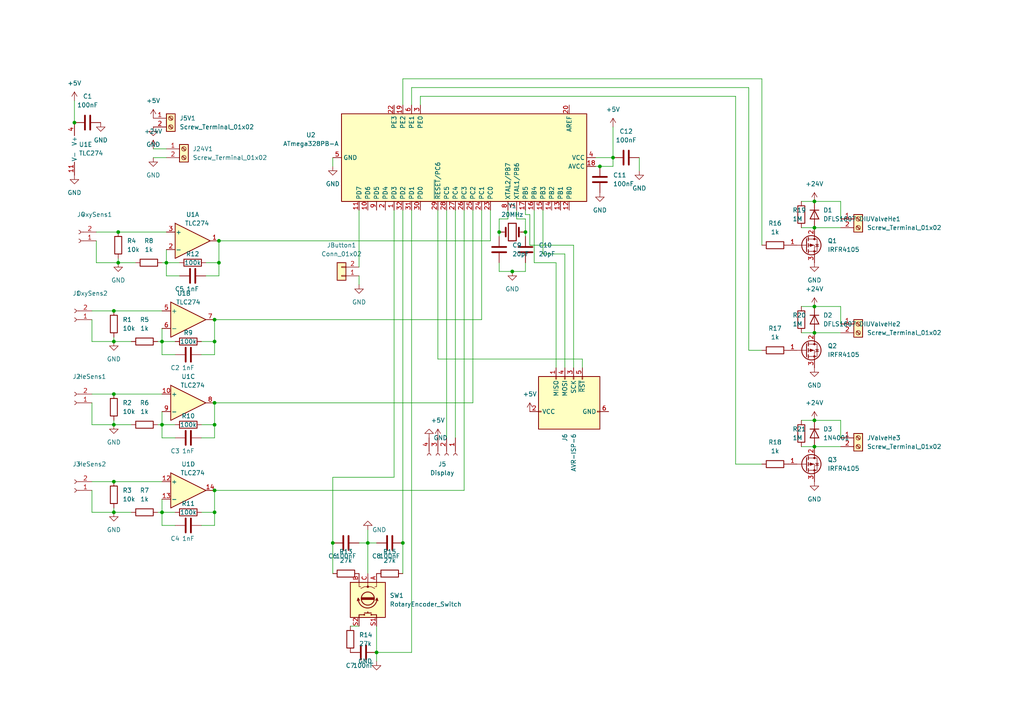
<source format=kicad_sch>
(kicad_sch (version 20211123) (generator eeschema)
  (paper "A4")
  (title_block (title "BlenderBrainV2") (date "2022-11-13") (rev "1"))
  (lib_symbols
    (symbol "Amplifier_Operational:TLC274" (pin_names (offset 0.127))
      (property "Reference" "U" (at 0 5.08 0))
      (property "Value" "TLC274" (at 0 -5.08 0))
      (symbol "TLC274_1_1"
        (polyline (pts (xy -5.08 5.08) (xy 5.08 0) (xy -5.08 -5.08) (xy -5.08 5.08)) (stroke (width 0.254)) (fill (type background)))
        (pin output line (at 7.62 0 180) (length 2.54) (name "~") (number "1"))
        (pin input line (at -7.62 -2.54 0) (length 2.54) (name "-") (number "2"))
        (pin input line (at -7.62 2.54 0) (length 2.54) (name "+") (number "3"))
      )
      (symbol "TLC274_2_1"
        (polyline (pts (xy -5.08 5.08) (xy 5.08 0) (xy -5.08 -5.08) (xy -5.08 5.08)) (stroke (width 0.254)) (fill (type background)))
        (pin input line (at -7.62 2.54 0) (length 2.54) (name "+") (number "5"))
        (pin input line (at -7.62 -2.54 0) (length 2.54) (name "-") (number "6"))
        (pin output line (at 7.62 0 180) (length 2.54) (name "~") (number "7"))
      )
      (symbol "TLC274_3_1"
        (polyline (pts (xy -5.08 5.08) (xy 5.08 0) (xy -5.08 -5.08) (xy -5.08 5.08)) (stroke (width 0.254)) (fill (type background)))
        (pin input line (at -7.62 2.54 0) (length 2.54) (name "+") (number "10"))
        (pin output line (at 7.62 0 180) (length 2.54) (name "~") (number "8"))
        (pin input line (at -7.62 -2.54 0) (length 2.54) (name "-") (number "9"))
      )
      (symbol "TLC274_4_1"
        (polyline (pts (xy -5.08 5.08) (xy 5.08 0) (xy -5.08 -5.08) (xy -5.08 5.08)) (stroke (width 0.254)) (fill (type background)))
        (pin input line (at -7.62 2.54 0) (length 2.54) (name "+") (number "12"))
        (pin input line (at -7.62 -2.54 0) (length 2.54) (name "-") (number "13"))
        (pin output line (at 7.62 0 180) (length 2.54) (name "~") (number "14"))
      )
      (symbol "TLC274_5_1"
        (pin power_in line (at -2.54 -7.62 90) (length 3.81) (name "V-") (number "11"))
        (pin power_in line (at -2.54 7.62 270) (length 3.81) (name "V+") (number "4"))
      )
    )
    (symbol "Connector:AVR-ISP-6" (pin_names (offset 1.016))
      (property "Reference" "J" (at -6.35 11.43 0))
      (property "Value" "AVR-ISP-6" (at 0 11.43 0))
      (symbol "AVR-ISP-6_0_1"
        (rectangle (start -2.667 -6.858) (end -2.413 -7.62))
        (rectangle (start -2.667 10.16) (end -2.413 9.398))
        (rectangle (start 7.62 -2.413) (end 6.858 -2.667))
        (rectangle (start 7.62 0.127) (end 6.858 -0.127))
        (rectangle (start 7.62 2.667) (end 6.858 2.413))
        (rectangle (start 7.62 5.207) (end 6.858 4.953))
        (rectangle (start 7.62 10.16) (end -7.62 -7.62) (stroke (width 0.254)) (fill (type background)))
      )
      (symbol "AVR-ISP-6_1_1"
        (pin passive line (at 10.16 5.08 180) (length 2.54) (name "MISO") (number "1"))
        (pin passive line (at -2.54 12.7 270) (length 2.54) (name "VCC") (number "2"))
        (pin passive line (at 10.16 0 180) (length 2.54) (name "SCK") (number "3"))
        (pin passive line (at 10.16 2.54 180) (length 2.54) (name "MOSI") (number "4"))
        (pin passive line (at 10.16 -2.54 180) (length 2.54) (name "~{RST}") (number "5"))
        (pin passive line (at -2.54 -10.16 90) (length 2.54) (name "GND") (number "6"))
      )
    )
    (symbol "Connector:Conn_01x02_Female" (pin_names (offset 1.016) hide)
      (property "Reference" "J" (at 0 2.54 0))
      (property "Value" "Conn_01x02_Female" (at 0 -5.08 0))
      (symbol "Conn_01x02_Female_1_1"
        (arc (start 0 -2.032) (mid -0.508 -2.54) (end 0 -3.048) (stroke (width 0.1524)))
        (polyline (pts (xy -1.27 -2.54) (xy -0.508 -2.54)) (stroke (width 0.1524)))
        (polyline (pts (xy -1.27 0) (xy -0.508 0)) (stroke (width 0.1524)))
        (arc (start 0 0.508) (mid -0.508 0) (end 0 -0.508) (stroke (width 0.1524)))
        (pin passive line (at -5.08 0 0) (length 3.81) (name "Pin_1") (number "1"))
        (pin passive line (at -5.08 -2.54 0) (length 3.81) (name "Pin_2") (number "2"))
      )
    )
    (symbol "Connector:Conn_01x04_Female" (pin_names (offset 1.016) hide)
      (property "Reference" "J" (at 0 5.08 0))
      (property "Value" "Conn_01x04_Female" (at 0 -7.62 0))
      (symbol "Conn_01x04_Female_1_1"
        (arc (start 0 -4.572) (mid -0.508 -5.08) (end 0 -5.588) (stroke (width 0.1524)))
        (arc (start 0 -2.032) (mid -0.508 -2.54) (end 0 -3.048) (stroke (width 0.1524)))
        (polyline (pts (xy -1.27 -5.08) (xy -0.508 -5.08)) (stroke (width 0.1524)))
        (polyline (pts (xy -1.27 -2.54) (xy -0.508 -2.54)) (stroke (width 0.1524)))
        (polyline (pts (xy -1.27 0) (xy -0.508 0)) (stroke (width 0.1524)))
        (polyline (pts (xy -1.27 2.54) (xy -0.508 2.54)) (stroke (width 0.1524)))
        (arc (start 0 0.508) (mid -0.508 0) (end 0 -0.508) (stroke (width 0.1524)))
        (arc (start 0 3.048) (mid -0.508 2.54) (end 0 2.032) (stroke (width 0.1524)))
        (pin passive line (at -5.08 2.54 0) (length 3.81) (name "Pin_1") (number "1"))
        (pin passive line (at -5.08 0 0) (length 3.81) (name "Pin_2") (number "2"))
        (pin passive line (at -5.08 -2.54 0) (length 3.81) (name "Pin_3") (number "3"))
        (pin passive line (at -5.08 -5.08 0) (length 3.81) (name "Pin_4") (number "4"))
      )
    )
    (symbol "Connector:Screw_Terminal_01x02" (pin_names (offset 1.016) hide)
      (property "Reference" "J" (at 0 2.54 0))
      (property "Value" "Screw_Terminal_01x02" (at 0 -5.08 0))
      (symbol "Screw_Terminal_01x02_1_1"
        (rectangle (start -1.27 1.27) (end 1.27 -3.81) (stroke (width 0.254)) (fill (type background)))
        (circle (center 0 -2.54) (radius 0.635) (stroke (width 0.1524)))
        (polyline (pts (xy -0.5334 -2.2098) (xy 0.3302 -3.048)) (stroke (width 0.1524)))
        (polyline (pts (xy -0.5334 0.3302) (xy 0.3302 -0.508)) (stroke (width 0.1524)))
        (polyline (pts (xy -0.3556 -2.032) (xy 0.508 -2.8702)) (stroke (width 0.1524)))
        (polyline (pts (xy -0.3556 0.508) (xy 0.508 -0.3302)) (stroke (width 0.1524)))
        (circle (center 0 0) (radius 0.635) (stroke (width 0.1524)))
        (pin passive line (at -5.08 0 0) (length 3.81) (name "Pin_1") (number "1"))
        (pin passive line (at -5.08 -2.54 0) (length 3.81) (name "Pin_2") (number "2"))
      )
    )
    (symbol "Connector_Generic:Conn_01x02" (pin_names (offset 1.016) hide)
      (property "Reference" "J" (at 0 2.54 0))
      (property "Value" "Conn_01x02" (at 0 -5.08 0))
      (symbol "Conn_01x02_1_1"
        (rectangle (start -1.27 -2.413) (end 0 -2.667) (stroke (width 0.1524)))
        (rectangle (start -1.27 0.127) (end 0 -0.127) (stroke (width 0.1524)))
        (rectangle (start -1.27 1.27) (end 1.27 -3.81) (stroke (width 0.254)) (fill (type background)))
        (pin passive line (at -5.08 0 0) (length 3.81) (name "Pin_1") (number "1"))
        (pin passive line (at -5.08 -2.54 0) (length 3.81) (name "Pin_2") (number "2"))
      )
    )
    (symbol "Device:C" (pin_numbers hide) (pin_names (offset 0.254))
      (property "Reference" "C" (at 0.635 2.54 0))
      (property "Value" "C" (at 0.635 -2.54 0))
      (symbol "C_0_1"
        (polyline (pts (xy -2.032 -0.762) (xy 2.032 -0.762)) (stroke (width 0.508)))
        (polyline (pts (xy -2.032 0.762) (xy 2.032 0.762)) (stroke (width 0.508)))
      )
      (symbol "C_1_1"
        (pin passive line (at 0 3.81 270) (length 2.794) (name "~") (number "1"))
        (pin passive line (at 0 -3.81 90) (length 2.794) (name "~") (number "2"))
      )
    )
    (symbol "Device:Crystal" (pin_numbers hide) (pin_names (offset 1.016) hide)
      (property "Reference" "Y" (at 0 3.81 0))
      (property "Value" "Crystal" (at 0 -3.81 0))
      (symbol "Crystal_0_1"
        (rectangle (start -1.143 2.54) (end 1.143 -2.54) (stroke (width 0.3048)))
        (polyline (pts (xy -2.54 0) (xy -1.905 0)))
        (polyline (pts (xy -1.905 -1.27) (xy -1.905 1.27)) (stroke (width 0.508)))
        (polyline (pts (xy 1.905 -1.27) (xy 1.905 1.27)) (stroke (width 0.508)))
        (polyline (pts (xy 2.54 0) (xy 1.905 0)))
      )
      (symbol "Crystal_1_1"
        (pin passive line (at -3.81 0 0) (length 1.27) (name "1") (number "1"))
        (pin passive line (at 3.81 0 180) (length 1.27) (name "2") (number "2"))
      )
    )
    (symbol "Device:R" (pin_numbers hide) (pin_names (offset 0))
      (property "Reference" "R" (at 2.032 0 90))
      (property "Value" "R" (at 0 0 90))
      (symbol "R_0_1"
        (rectangle (start -1.016 -2.54) (end 1.016 2.54) (stroke (width 0.254)))
      )
      (symbol "R_1_1"
        (pin passive line (at 0 3.81 270) (length 1.27) (name "~") (number "1"))
        (pin passive line (at 0 -3.81 90) (length 1.27) (name "~") (number "2"))
      )
    )
    (symbol "Device:RotaryEncoder_Switch" (pin_names (offset 0.254) hide)
      (property "Reference" "SW" (at 0 6.604 0))
      (property "Value" "RotaryEncoder_Switch" (at 0 -6.604 0))
      (symbol "RotaryEncoder_Switch_0_1"
        (rectangle (start -5.08 5.08) (end 5.08 -5.08) (stroke (width 0.254)) (fill (type background)))
        (circle (center -3.81 0) (radius 0.254) (fill (type outline)))
        (arc (start -0.381 -2.794) (mid 2.3622 -0.0508) (end -0.381 2.667) (stroke (width 0.254)))
        (circle (center -0.381 0) (radius 1.905) (stroke (width 0.254)))
        (polyline (pts (xy -0.635 -1.778) (xy -0.635 1.778)) (stroke (width 0.254)))
        (polyline (pts (xy -0.381 -1.778) (xy -0.381 1.778)) (stroke (width 0.254)))
        (polyline (pts (xy -0.127 1.778) (xy -0.127 -1.778)) (stroke (width 0.254)))
        (polyline (pts (xy 3.81 0) (xy 3.429 0)) (stroke (width 0.254)))
        (polyline (pts (xy 3.81 1.016) (xy 3.81 -1.016)) (stroke (width 0.254)))
        (polyline (pts (xy -5.08 -2.54) (xy -3.81 -2.54) (xy -3.81 -2.032)))
        (polyline (pts (xy -5.08 2.54) (xy -3.81 2.54) (xy -3.81 2.032)))
        (polyline (pts (xy 0.254 -3.048) (xy -0.508 -2.794) (xy 0.127 -2.413)) (stroke (width 0.254)))
        (polyline (pts (xy 0.254 2.921) (xy -0.508 2.667) (xy 0.127 2.286)) (stroke (width 0.254)))
        (polyline (pts (xy 5.08 -2.54) (xy 4.318 -2.54) (xy 4.318 -1.016)) (stroke (width 0.254)))
        (polyline (pts (xy 5.08 2.54) (xy 4.318 2.54) (xy 4.318 1.016)) (stroke (width 0.254)))
        (polyline (pts (xy -5.08 0) (xy -3.81 0) (xy -3.81 -1.016) (xy -3.302 -2.032)))
        (polyline (pts (xy -4.318 0) (xy -3.81 0) (xy -3.81 1.016) (xy -3.302 2.032)))
        (circle (center 4.318 -1.016) (radius 0.127) (stroke (width 0.254)))
        (circle (center 4.318 1.016) (radius 0.127) (stroke (width 0.254)))
      )
      (symbol "RotaryEncoder_Switch_1_1"
        (pin passive line (at -7.62 2.54 0) (length 2.54) (name "A") (number "A"))
        (pin passive line (at -7.62 -2.54 0) (length 2.54) (name "B") (number "B"))
        (pin passive line (at -7.62 0 0) (length 2.54) (name "C") (number "C"))
        (pin passive line (at 7.62 2.54 180) (length 2.54) (name "S1") (number "S1"))
        (pin passive line (at 7.62 -2.54 180) (length 2.54) (name "S2") (number "S2"))
      )
    )
    (symbol "Diode:1N4001" (pin_numbers hide) (pin_names hide)
      (property "Reference" "D" (at 0 2.54 0))
      (property "Value" "1N4001" (at 0 -2.54 0))
      (symbol "1N4001_0_1"
        (polyline (pts (xy -1.27 1.27) (xy -1.27 -1.27)) (stroke (width 0.254)))
        (polyline (pts (xy 1.27 0) (xy -1.27 0)))
        (polyline (pts (xy 1.27 1.27) (xy 1.27 -1.27) (xy -1.27 0) (xy 1.27 1.27)) (stroke (width 0.254)))
      )
      (symbol "1N4001_1_1"
        (pin passive line (at -3.81 0 0) (length 2.54) (name "K") (number "1"))
        (pin passive line (at 3.81 0 180) (length 2.54) (name "A") (number "2"))
      )
    )
    (symbol "MCU_Microchip_ATmega:ATmega328PB-A"
      (property "Reference" "U" (at -12.7 36.83 0))
      (property "Value" "ATmega328PB-A" (at 2.54 -36.83 0))
      (symbol "ATmega328PB-A_0_1"
        (rectangle (start -12.7 -35.56) (end 12.7 35.56) (stroke (width 0.254)) (fill (type background)))
      )
      (symbol "ATmega328PB-A_1_1"
        (pin bidirectional line (at 15.24 -20.32 180) (length 2.54) (name "PD3") (number "1"))
        (pin bidirectional line (at 15.24 -27.94 180) (length 2.54) (name "PD6") (number "10"))
        (pin bidirectional line (at 15.24 -30.48 180) (length 2.54) (name "PD7") (number "11"))
        (pin bidirectional line (at 15.24 30.48 180) (length 2.54) (name "PB0") (number "12"))
        (pin bidirectional line (at 15.24 27.94 180) (length 2.54) (name "PB1") (number "13"))
        (pin bidirectional line (at 15.24 25.4 180) (length 2.54) (name "PB2") (number "14"))
        (pin bidirectional line (at 15.24 22.86 180) (length 2.54) (name "PB3") (number "15"))
        (pin bidirectional line (at 15.24 20.32 180) (length 2.54) (name "PB4") (number "16"))
        (pin bidirectional line (at 15.24 17.78 180) (length 2.54) (name "PB5") (number "17"))
        (pin power_in line (at 2.54 38.1 270) (length 2.54) (name "AVCC") (number "18"))
        (pin bidirectional line (at -15.24 -17.78 0) (length 2.54) (name "PE2") (number "19"))
        (pin bidirectional line (at 15.24 -22.86 180) (length 2.54) (name "PD4") (number "2"))
        (pin passive line (at -15.24 30.48 0) (length 2.54) (name "AREF") (number "20"))
        (pin passive line (at 0 -38.1 90) (length 2.54) hide (name "GND") (number "21"))
        (pin bidirectional line (at -15.24 -20.32 0) (length 2.54) (name "PE3") (number "22"))
        (pin bidirectional line (at 15.24 7.62 180) (length 2.54) (name "PC0") (number "23"))
        (pin bidirectional line (at 15.24 5.08 180) (length 2.54) (name "PC1") (number "24"))
        (pin bidirectional line (at 15.24 2.54 180) (length 2.54) (name "PC2") (number "25"))
        (pin bidirectional line (at 15.24 0 180) (length 2.54) (name "PC3") (number "26"))
        (pin bidirectional line (at 15.24 -2.54 180) (length 2.54) (name "PC4") (number "27"))
        (pin bidirectional line (at 15.24 -5.08 180) (length 2.54) (name "PC5") (number "28"))
        (pin bidirectional line (at 15.24 -7.62 180) (length 2.54) (name "~{RESET}/PC6") (number "29"))
        (pin bidirectional line (at -15.24 -12.7 0) (length 2.54) (name "PE0") (number "3"))
        (pin bidirectional line (at 15.24 -12.7 180) (length 2.54) (name "PD0") (number "30"))
        (pin bidirectional line (at 15.24 -15.24 180) (length 2.54) (name "PD1") (number "31"))
        (pin bidirectional line (at 15.24 -17.78 180) (length 2.54) (name "PD2") (number "32"))
        (pin power_in line (at 0 38.1 270) (length 2.54) (name "VCC") (number "4"))
        (pin power_in line (at 0 -38.1 90) (length 2.54) (name "GND") (number "5"))
        (pin bidirectional line (at -15.24 -15.24 0) (length 2.54) (name "PE1") (number "6"))
        (pin bidirectional line (at 15.24 15.24 180) (length 2.54) (name "XTAL1/PB6") (number "7"))
        (pin bidirectional line (at 15.24 12.7 180) (length 2.54) (name "XTAL2/PB7") (number "8"))
        (pin bidirectional line (at 15.24 -25.4 180) (length 2.54) (name "PD5") (number "9"))
      )
    )
    (symbol "Transistor_FET:IRF4905" (pin_names hide)
      (property "Reference" "Q" (at 5.08 1.905 0))
      (property "Value" "IRF4905" (at 5.08 0 0))
      (symbol "IRF4905_0_1"
        (polyline (pts (xy 0.254 0) (xy -2.54 0)))
        (polyline (pts (xy 0.254 1.905) (xy 0.254 -1.905)) (stroke (width 0.254)))
        (polyline (pts (xy 0.762 -1.27) (xy 0.762 -2.286)) (stroke (width 0.254)))
        (polyline (pts (xy 0.762 0.508) (xy 0.762 -0.508)) (stroke (width 0.254)))
        (polyline (pts (xy 0.762 2.286) (xy 0.762 1.27)) (stroke (width 0.254)))
        (polyline (pts (xy 2.54 2.54) (xy 2.54 1.778)))
        (polyline (pts (xy 2.54 -2.54) (xy 2.54 0) (xy 0.762 0)))
        (polyline (pts (xy 0.762 1.778) (xy 3.302 1.778) (xy 3.302 -1.778) (xy 0.762 -1.778)))
        (polyline (pts (xy 2.286 0) (xy 1.27 0.381) (xy 1.27 -0.381) (xy 2.286 0)) (fill (type outline)))
        (polyline (pts (xy 2.794 -0.508) (xy 2.921 -0.381) (xy 3.683 -0.381) (xy 3.81 -0.254)))
        (polyline (pts (xy 3.302 -0.381) (xy 2.921 0.254) (xy 3.683 0.254) (xy 3.302 -0.381)))
        (circle (center 1.651 0) (radius 2.794) (stroke (width 0.254)))
        (circle (center 2.54 -1.778) (radius 0.254) (fill (type outline)))
        (circle (center 2.54 1.778) (radius 0.254) (fill (type outline)))
      )
      (symbol "IRF4905_1_1"
        (pin input line (at -5.08 0 0) (length 2.54) (name "G") (number "1"))
        (pin passive line (at 2.54 5.08 270) (length 2.54) (name "D") (number "2"))
        (pin passive line (at 2.54 -5.08 90) (length 2.54) (name "S") (number "3"))
      )
    )
    (symbol "power:+24V" (power) (pin_names (offset 0))
      (property "Value" "+24V" (at 0 3.556 0))
      (symbol "+24V_0_1"
        (polyline (pts (xy -0.762 1.27) (xy 0 2.54)))
        (polyline (pts (xy 0 0) (xy 0 2.54)))
        (polyline (pts (xy 0 2.54) (xy 0.762 1.27)))
      )
      (symbol "+24V_1_1"
        (pin power_in line (at 0 0 90) (length 0) hide (name "+24V") (number "1"))
      )
    )
    (symbol "power:+5V" (power) (pin_names (offset 0))
      (property "Value" "+5V" (at 0 3.556 0))
      (symbol "+5V_0_1"
        (polyline (pts (xy -0.762 1.27) (xy 0 2.54)))
        (polyline (pts (xy 0 0) (xy 0 2.54)))
        (polyline (pts (xy 0 2.54) (xy 0.762 1.27)))
      )
      (symbol "+5V_1_1"
        (pin power_in line (at 0 0 90) (length 0) hide (name "+5V") (number "1"))
      )
    )
    (symbol "power:GND" (power) (pin_names (offset 0))
      (property "Value" "GND" (at 0 -3.81 0))
      (symbol "GND_0_1"
        (polyline (pts (xy 0 0) (xy 0 -1.27) (xy 1.27 -1.27) (xy 0 -2.54) (xy -1.27 -1.27) (xy 0 -1.27)))
      )
      (symbol "GND_1_1"
        (pin power_in line (at 0 0 270) (length 0) hide (name "GND") (number "1"))
      )
    )
  )
  (junction (at 33.02 123.19))
  (junction (at 62.23 116.84))
  (junction (at 109.22 189.23))
  (junction (at 62.23 123.19))
  (junction (at 148.59 78.74))
  (junction (at 21.59 35.56))
  (junction (at 46.99 148.59))
  (junction (at 96.52 157.48))
  (junction (at 33.02 148.59))
  (junction (at 33.02 114.3))
  (junction (at 62.23 99.06))
  (junction (at 34.29 76.2))
  (junction (at 236.22 66.04))
  (junction (at 144.78 67.31))
  (junction (at 236.22 88.9))
  (junction (at 236.22 58.42))
  (junction (at 62.23 148.59))
  (junction (at 63.5 69.85))
  (junction (at 236.22 121.92))
  (junction (at 236.22 129.54))
  (junction (at 62.23 142.24))
  (junction (at 46.99 99.06))
  (junction (at 46.99 123.19))
  (junction (at 33.02 139.7))
  (junction (at 34.29 67.31))
  (junction (at 33.02 99.06))
  (junction (at 63.5 76.2))
  (junction (at 177.8 45.72))
  (junction (at 152.4 67.31))
  (junction (at 116.84 157.48))
  (junction (at 48.26 76.2))
  (junction (at 33.02 90.17))
  (junction (at 173.99 48.26))
  (junction (at 106.68 157.48))
  (junction (at 62.23 92.71))
  (junction (at 236.22 96.52))
  (wire (pts (xy 33.02 90.17) (xy 46.99 90.17)))
  (wire (pts (xy 144.78 67.31) (xy 144.78 68.58)))
  (wire (pts (xy 236.22 96.52) (xy 243.84 96.52)))
  (wire (pts (xy 33.02 114.3) (xy 46.99 114.3)))
  (wire (pts (xy 220.98 101.6) (xy 217.17 101.6)))
  (wire (pts (xy 166.37 71.12) (xy 153.67 71.12)))
  (wire (pts (xy 38.1 148.59) (xy 33.02 148.59)))
  (wire (pts (xy 121.92 30.48) (xy 121.92 27.94)))
  (wire (pts (xy 62.23 142.24) (xy 62.23 148.59)))
  (wire (pts (xy 163.83 73.66) (xy 163.83 106.68)))
  (wire (pts (xy 236.22 129.54) (xy 243.84 129.54)))
  (wire (pts (xy 185.42 45.72) (xy 185.42 49.53)))
  (wire (pts (xy 109.22 189.23) (xy 109.22 191.77)))
  (wire (pts (xy 243.84 127) (xy 243.84 121.92)))
  (wire (pts (xy 116.84 157.48) (xy 116.84 166.37)))
  (wire (pts (xy 48.26 76.2) (xy 46.99 76.2)))
  (wire (pts (xy 48.26 45.72) (xy 44.45 45.72)))
  (wire (pts (xy 177.8 36.83) (xy 177.8 45.72)))
  (wire (pts (xy 63.5 69.85) (xy 63.5 76.2)))
  (wire (pts (xy 243.84 63.5) (xy 243.84 58.42)))
  (wire (pts (xy 137.16 60.96) (xy 137.16 116.84)))
  (wire (pts (xy 217.17 101.6) (xy 217.17 25.4)))
  (wire (pts (xy 33.02 139.7) (xy 46.99 139.7)))
  (wire (pts (xy 46.99 99.06) (xy 45.72 99.06)))
  (wire (pts (xy 27.94 76.2) (xy 34.29 76.2)))
  (wire (pts (xy 48.26 80.01) (xy 48.26 76.2)))
  (wire (pts (xy 48.26 76.2) (xy 52.07 76.2)))
  (wire (pts (xy 168.91 106.68) (xy 168.91 104.14)))
  (wire (pts (xy 21.59 29.21) (xy 21.59 35.56)))
  (wire (pts (xy 46.99 95.25) (xy 46.99 99.06)))
  (wire (pts (xy 34.29 67.31) (xy 48.26 67.31)))
  (wire (pts (xy 236.22 66.04) (xy 243.84 66.04)))
  (wire (pts (xy 62.23 148.59) (xy 58.42 148.59)))
  (wire (pts (xy 106.68 157.48) (xy 109.22 157.48)))
  (wire (pts (xy 121.92 27.94) (xy 213.36 27.94)))
  (wire (pts (xy 147.32 60.96) (xy 147.32 63.5)))
  (wire (pts (xy 142.24 69.85) (xy 63.5 69.85)))
  (wire (pts (xy 220.98 71.12) (xy 220.98 22.86)))
  (wire (pts (xy 139.7 92.71) (xy 62.23 92.71)))
  (wire (pts (xy 50.8 102.87) (xy 46.99 102.87)))
  (wire (pts (xy 144.78 76.2) (xy 144.78 78.74)))
  (wire (pts (xy 48.26 72.39) (xy 48.26 76.2)))
  (wire (pts (xy 149.86 60.96) (xy 149.86 63.5)))
  (wire (pts (xy 62.23 99.06) (xy 58.42 99.06)))
  (wire (pts (xy 58.42 127) (xy 62.23 127)))
  (wire (pts (xy 139.7 60.96) (xy 139.7 92.71)))
  (wire (pts (xy 109.22 181.61) (xy 109.22 189.23)))
  (wire (pts (xy 46.99 102.87) (xy 46.99 99.06)))
  (wire (pts (xy 52.07 80.01) (xy 48.26 80.01)))
  (wire (pts (xy 96.52 45.72) (xy 96.52 48.26)))
  (wire (pts (xy 168.91 104.14) (xy 127 104.14)))
  (wire (pts (xy 116.84 60.96) (xy 116.84 157.48)))
  (wire (pts (xy 26.67 116.84) (xy 26.67 123.19)))
  (wire (pts (xy 62.23 92.71) (xy 62.23 99.06)))
  (wire (pts (xy 26.67 92.71) (xy 26.67 99.06)))
  (wire (pts (xy 142.24 60.96) (xy 142.24 69.85)))
  (wire (pts (xy 217.17 25.4) (xy 119.38 25.4)))
  (wire (pts (xy 161.29 76.2) (xy 154.94 76.2)))
  (wire (pts (xy 62.23 152.4) (xy 62.23 148.59)))
  (wire (pts (xy 46.99 148.59) (xy 50.8 148.59)))
  (wire (pts (xy 46.99 148.59) (xy 45.72 148.59)))
  (wire (pts (xy 152.4 76.2) (xy 152.4 78.74)))
  (wire (pts (xy 46.99 144.78) (xy 46.99 148.59)))
  (wire (pts (xy 96.52 157.48) (xy 96.52 166.37)))
  (wire (pts (xy 144.78 63.5) (xy 144.78 67.31)))
  (wire (pts (xy 243.84 93.98) (xy 243.84 88.9)))
  (wire (pts (xy 50.8 127) (xy 46.99 127)))
  (wire (pts (xy 104.14 157.48) (xy 106.68 157.48)))
  (wire (pts (xy 39.37 76.2) (xy 34.29 76.2)))
  (wire (pts (xy 109.22 189.23) (xy 119.38 189.23)))
  (wire (pts (xy 119.38 60.96) (xy 119.38 189.23)))
  (wire (pts (xy 27.94 67.31) (xy 34.29 67.31)))
  (wire (pts (xy 27.94 69.85) (xy 27.94 76.2)))
  (wire (pts (xy 166.37 106.68) (xy 166.37 71.12)))
  (wire (pts (xy 106.68 157.48) (xy 106.68 166.37)))
  (wire (pts (xy 129.54 60.96) (xy 129.54 127)))
  (wire (pts (xy 33.02 148.59) (xy 33.02 147.32)))
  (wire (pts (xy 48.26 43.18) (xy 44.45 43.18)))
  (wire (pts (xy 232.41 58.42) (xy 236.22 58.42)))
  (wire (pts (xy 46.99 99.06) (xy 50.8 99.06)))
  (wire (pts (xy 161.29 106.68) (xy 161.29 76.2)))
  (wire (pts (xy 96.52 138.43) (xy 96.52 157.48)))
  (wire (pts (xy 62.23 123.19) (xy 58.42 123.19)))
  (wire (pts (xy 172.72 48.26) (xy 173.99 48.26)))
  (wire (pts (xy 157.48 60.96) (xy 157.48 73.66)))
  (wire (pts (xy 213.36 27.94) (xy 213.36 134.62)))
  (wire (pts (xy 34.29 76.2) (xy 34.29 74.93)))
  (wire (pts (xy 213.36 134.62) (xy 220.98 134.62)))
  (wire (pts (xy 58.42 102.87) (xy 62.23 102.87)))
  (wire (pts (xy 114.3 138.43) (xy 96.52 138.43)))
  (wire (pts (xy 26.67 148.59) (xy 33.02 148.59)))
  (wire (pts (xy 153.67 71.12) (xy 153.67 62.23)))
  (wire (pts (xy 172.72 45.72) (xy 177.8 45.72)))
  (wire (pts (xy 62.23 116.84) (xy 62.23 123.19)))
  (wire (pts (xy 46.99 127) (xy 46.99 123.19)))
  (wire (pts (xy 152.4 78.74) (xy 148.59 78.74)))
  (wire (pts (xy 62.23 102.87) (xy 62.23 99.06)))
  (wire (pts (xy 26.67 99.06) (xy 33.02 99.06)))
  (wire (pts (xy 232.41 96.52) (xy 236.22 96.52)))
  (wire (pts (xy 236.22 58.42) (xy 243.84 58.42)))
  (wire (pts (xy 232.41 121.92) (xy 236.22 121.92)))
  (wire (pts (xy 116.84 22.86) (xy 116.84 30.48)))
  (wire (pts (xy 134.62 142.24) (xy 62.23 142.24)))
  (wire (pts (xy 46.99 123.19) (xy 50.8 123.19)))
  (wire (pts (xy 147.32 63.5) (xy 144.78 63.5)))
  (wire (pts (xy 232.41 88.9) (xy 236.22 88.9)))
  (wire (pts (xy 152.4 62.23) (xy 152.4 60.96)))
  (wire (pts (xy 114.3 60.96) (xy 114.3 138.43)))
  (wire (pts (xy 26.67 123.19) (xy 33.02 123.19)))
  (wire (pts (xy 137.16 116.84) (xy 62.23 116.84)))
  (wire (pts (xy 127 60.96) (xy 127 104.14)))
  (wire (pts (xy 236.22 88.9) (xy 243.84 88.9)))
  (wire (pts (xy 154.94 76.2) (xy 154.94 60.96)))
  (wire (pts (xy 63.5 80.01) (xy 63.5 76.2)))
  (wire (pts (xy 104.14 60.96) (xy 104.14 77.47)))
  (wire (pts (xy 177.8 48.26) (xy 177.8 45.72)))
  (wire (pts (xy 46.99 119.38) (xy 46.99 123.19)))
  (wire (pts (xy 33.02 123.19) (xy 33.02 121.92)))
  (wire (pts (xy 26.67 139.7) (xy 33.02 139.7)))
  (wire (pts (xy 101.6 181.61) (xy 104.14 181.61)))
  (wire (pts (xy 50.8 152.4) (xy 46.99 152.4)))
  (wire (pts (xy 153.67 62.23) (xy 152.4 62.23)))
  (wire (pts (xy 33.02 99.06) (xy 33.02 97.79)))
  (wire (pts (xy 232.41 129.54) (xy 236.22 129.54)))
  (wire (pts (xy 173.99 48.26) (xy 177.8 48.26)))
  (wire (pts (xy 132.08 60.96) (xy 132.08 127)))
  (wire (pts (xy 26.67 142.24) (xy 26.67 148.59)))
  (wire (pts (xy 232.41 66.04) (xy 236.22 66.04)))
  (wire (pts (xy 46.99 123.19) (xy 45.72 123.19)))
  (wire (pts (xy 236.22 121.92) (xy 243.84 121.92)))
  (wire (pts (xy 58.42 152.4) (xy 62.23 152.4)))
  (wire (pts (xy 152.4 63.5) (xy 152.4 67.31)))
  (wire (pts (xy 38.1 99.06) (xy 33.02 99.06)))
  (wire (pts (xy 59.69 80.01) (xy 63.5 80.01)))
  (wire (pts (xy 134.62 60.96) (xy 134.62 142.24)))
  (wire (pts (xy 106.68 153.67) (xy 106.68 157.48)))
  (wire (pts (xy 26.67 114.3) (xy 33.02 114.3)))
  (wire (pts (xy 62.23 127) (xy 62.23 123.19)))
  (wire (pts (xy 149.86 63.5) (xy 152.4 63.5)))
  (wire (pts (xy 104.14 80.01) (xy 104.14 82.55)))
  (wire (pts (xy 46.99 152.4) (xy 46.99 148.59)))
  (wire (pts (xy 38.1 123.19) (xy 33.02 123.19)))
  (wire (pts (xy 63.5 76.2) (xy 59.69 76.2)))
  (wire (pts (xy 220.98 22.86) (xy 116.84 22.86)))
  (wire (pts (xy 157.48 73.66) (xy 163.83 73.66)))
  (wire (pts (xy 152.4 67.31) (xy 152.4 68.58)))
  (wire (pts (xy 144.78 78.74) (xy 148.59 78.74)))
  (wire (pts (xy 26.67 90.17) (xy 33.02 90.17)))
  (wire (pts (xy 119.38 25.4) (xy 119.38 30.48)))
  (symbol (lib_id "Device:C") (at 25.4 35.56 90) (unit 1)
    (property "Reference" "C1" (at 25.4 27.94 90))
    (property "Value" "100nF" (at 25.4 30.48 90))
    (property "Footprint" "Capacitor_SMD:C_1206_3216Metric" (effects hide))
  )
  (symbol (lib_id "Device:R") (at 33.02 143.51 0) (unit 1)
    (property "Reference" "R3" (at 35.56 142.2399 0) (effects (justify left)))
    (property "Value" "10k" (at 35.56 144.7799 0) (effects (justify left)))
    (property "Footprint" "Resistor_SMD:R_1206_3216Metric" (effects hide))
  )
  (symbol (lib_id "power:GND") (at 33.02 99.06 0) (unit 1)
    (property "Reference" "#PWR04" (effects hide))
    (property "Value" "GND" (at 33.02 104.14 0))
  )
  (symbol (lib_id "power:GND") (at 106.68 153.67 180) (unit 1)
    (property "Reference" "#PWR014" (effects hide))
    (property "Value" "GND" (at 107.95 153.67 0) (effects (justify right)))
  )
  (symbol (lib_id "Connector:Screw_Terminal_01x02") (at 248.92 93.98 0) (unit 1)
    (property "Reference" "JValveHe2" (at 251.46 93.9799 0) (effects (justify left)))
    (property "Value" "Screw_Terminal_01x02" (at 251.46 96.5199 0) (effects (justify left)))
    (property "Footprint" "Connector_JST:JST_EH_B2B-EH-A_1x02_P2.50mm_Vertical" (effects hide))
  )
  (symbol (lib_id "Connector:Conn_01x02_Female") (at 21.59 116.84 180) (unit 1)
    (property "Reference" "J2" (at 22.225 109.22 0))
    (property "Value" "HeSens1" (at 26.67 109.22 0))
    (property "Footprint" "Connector_JST:JST_EH_S2B-EH_1x02_P2.50mm_Horizontal" (effects hide))
  )
  (symbol (lib_id "Device:Crystal") (at 148.59 67.31 0) (unit 1)
    (property "Reference" "Y1" (at 148.59 59.69 0))
    (property "Value" "20MHz" (at 148.59 62.23 0))
    (property "Footprint" "Crystal:Crystal_HC49-U_Vertical" (effects hide))
  )
  (symbol (lib_id "Device:R") (at 43.18 76.2 270) (unit 1)
    (property "Reference" "R8" (at 43.18 69.85 90))
    (property "Value" "1k" (at 43.18 72.39 90))
    (property "Footprint" "Resistor_SMD:R_1206_3216Metric" (effects hide))
  )
  (symbol (lib_id "MCU_Microchip_ATmega:ATmega328PB-A") (at 134.62 45.72 270) (unit 1)
    (property "Reference" "U2" (at 90.17 39.1412 90))
    (property "Value" "ATmega328PB-A" (at 90.17 41.6812 90))
    (property "Footprint" "Package_QFP:TQFP-32_7x7mm_P0.8mm" (effects hide))
    (property "Datasheet" "http://ww1.microchip.com/downloads/en/DeviceDoc/40001906C.pdf" (effects hide))
  )
  (symbol (lib_id "Device:R") (at 101.6 185.42 180) (unit 1)
    (property "Reference" "R14" (at 104.14 184.1499 0) (effects (justify right)))
    (property "Value" "27k" (at 104.14 186.6899 0) (effects (justify right)))
    (property "Footprint" "Resistor_SMD:R_1206_3216Metric" (effects hide))
  )
  (symbol (lib_id "Transistor_FET:IRF4905") (at 233.68 134.62 0) (unit 1)
    (property "Reference" "Q3" (at 240.03 133.3499 0) (effects (justify left)))
    (property "Value" "IRFR4105" (at 240.03 135.8899 0) (effects (justify left)))
    (property "Footprint" "Package_TO_SOT_SMD:TO-252-2" (effects hide))
    (property "Datasheet" "http://www.infineon.com/dgdl/irf4905.pdf?fileId=5546d462533600a4015355e32165197c" (effects hide))
  )
  (symbol (lib_id "Device:R") (at 232.41 125.73 0) (unit 1)
    (property "Reference" "R21" (at 229.87 124.46 0) (effects (justify left)))
    (property "Value" "1M" (at 229.87 127 0) (effects (justify left)))
    (property "Footprint" "Resistor_SMD:R_1206_3216Metric" (effects hide))
  )
  (symbol (lib_id "Device:C") (at 181.61 45.72 90) (unit 1)
    (property "Reference" "C12" (at 181.61 38.1 90))
    (property "Value" "100nF" (at 181.61 40.64 90))
    (property "Footprint" "Capacitor_SMD:C_1206_3216Metric" (effects hide))
  )
  (symbol (lib_id "Diode:1N4001") (at 236.22 62.23 270) (unit 1)
    (property "Reference" "D1" (at 238.76 60.9599 90) (effects (justify left)))
    (property "Value" "DFLS1607 DII" (at 238.76 63.4999 90) (effects (justify left)))
    (property "Footprint" "Diode_SMD:D_PowerDI-123" (effects hide))
    (property "Datasheet" "http://www.vishay.com/docs/88503/1n4001.pdf" (effects hide))
  )
  (symbol (lib_id "Device:C") (at 152.4 72.39 0) (unit 1)
    (property "Reference" "C10" (at 156.21 71.1199 0) (effects (justify left)))
    (property "Value" "20pF" (at 156.21 73.6599 0) (effects (justify left)))
    (property "Footprint" "Capacitor_SMD:C_1206_3216Metric" (effects hide))
  )
  (symbol (lib_id "Amplifier_Operational:TLC274") (at 24.13 43.18 0) (unit 5)
    (property "Reference" "U1" (at 22.86 41.9099 0) (effects (justify left)))
    (property "Value" "TLC274" (at 22.86 44.4499 0) (effects (justify left)))
    (property "Footprint" "Package_SO:SO-14_3.9x8.65mm_P1.27mm" (effects hide))
    (property "Datasheet" "http://www.ti.com/lit/ds/symlink/tlc274.pdf" (effects hide))
  )
  (symbol (lib_id "power:+5V") (at 21.59 29.21 0) (unit 1)
    (property "Reference" "#PWR01" (effects hide))
    (property "Value" "+5V" (at 21.59 24.13 0))
  )
  (symbol (lib_id "Connector:Conn_01x02_Female") (at 22.86 69.85 180) (unit 1)
    (property "Reference" "J4" (at 23.495 62.23 0))
    (property "Value" "OxySens1" (at 27.94 62.23 0))
    (property "Footprint" "Connector_JST:JST_EH_S2B-EH_1x02_P2.50mm_Horizontal" (effects hide))
  )
  (symbol (lib_id "power:+5V") (at 153.67 119.38 0) (unit 1)
    (property "Reference" "#PWR019" (effects hide))
    (property "Value" "+5V" (at 153.67 114.3 0))
  )
  (symbol (lib_id "power:GND") (at 96.52 48.26 0) (unit 1)
    (property "Reference" "#PWR012" (effects hide))
    (property "Value" "GND" (at 96.52 53.34 0))
  )
  (symbol (lib_id "power:+5V") (at 127 127 0) (unit 1)
    (property "Reference" "#PWR017" (effects hide))
    (property "Value" "+5V" (at 127 121.92 0))
  )
  (symbol (lib_id "Device:R") (at 232.41 62.23 0) (unit 1)
    (property "Reference" "R19" (at 229.87 60.96 0) (effects (justify left)))
    (property "Value" "1M" (at 229.87 63.5 0) (effects (justify left)))
    (property "Footprint" "Resistor_SMD:R_1206_3216Metric" (effects hide))
  )
  (symbol (lib_id "Amplifier_Operational:TLC274") (at 54.61 116.84 0) (unit 3)
    (property "Reference" "U1" (at 54.61 109.22 0))
    (property "Value" "TLC274" (at 55.88 111.76 0))
    (property "Footprint" "Package_SO:SO-14_3.9x8.65mm_P1.27mm" (effects hide))
    (property "Datasheet" "http://www.ti.com/lit/ds/symlink/tlc274.pdf" (effects hide))
  )
  (symbol (lib_id "Device:R") (at 224.79 71.12 90) (unit 1)
    (property "Reference" "R16" (at 224.79 64.77 90))
    (property "Value" "1k" (at 224.79 67.31 90))
    (property "Footprint" "Resistor_SMD:R_1206_3216Metric" (effects hide))
  )
  (symbol (lib_id "power:GND") (at 33.02 123.19 0) (unit 1)
    (property "Reference" "#PWR05" (effects hide))
    (property "Value" "GND" (at 33.02 128.27 0))
  )
  (symbol (lib_id "power:GND") (at 104.14 82.55 0) (unit 1)
    (property "Reference" "#PWR013" (effects hide))
    (property "Value" "GND" (at 104.14 87.63 0))
  )
  (symbol (lib_id "Device:R") (at 34.29 71.12 0) (unit 1)
    (property "Reference" "R4" (at 36.83 69.8499 0) (effects (justify left)))
    (property "Value" "10k" (at 36.83 72.3899 0) (effects (justify left)))
    (property "Footprint" "Resistor_SMD:R_1206_3216Metric" (effects hide))
  )
  (symbol (lib_id "Transistor_FET:IRF4905") (at 233.68 71.12 0) (unit 1)
    (property "Reference" "Q1" (at 240.03 69.8499 0) (effects (justify left)))
    (property "Value" "IRFR4105" (at 240.03 72.3899 0) (effects (justify left)))
    (property "Footprint" "Package_TO_SOT_SMD:TO-252-2" (effects hide))
    (property "Datasheet" "http://www.infineon.com/dgdl/irf4905.pdf?fileId=5546d462533600a4015355e32165197c" (effects hide))
  )
  (symbol (lib_id "power:+24V") (at 236.22 58.42 0) (unit 1)
    (property "Reference" "#PWR023" (effects hide))
    (property "Value" "+24V" (at 236.22 53.34 0))
  )
  (symbol (lib_id "Diode:1N4001") (at 236.22 125.73 270) (unit 1)
    (property "Reference" "D3" (at 238.76 124.4599 90) (effects (justify left)))
    (property "Value" "1N4001" (at 238.76 126.9999 90) (effects (justify left)))
    (property "Footprint" "Diode_SMD:D_PowerDI-123" (effects hide))
    (property "Datasheet" "http://www.vishay.com/docs/88503/1n4001.pdf" (effects hide))
  )
  (symbol (lib_id "Device:C") (at 54.61 127 90) (unit 1)
    (property "Reference" "C3" (at 50.8 130.81 90))
    (property "Value" "1nF" (at 54.61 130.81 90))
    (property "Footprint" "Capacitor_SMD:C_1206_3216Metric" (effects hide))
  )
  (symbol (lib_id "power:GND") (at 29.21 35.56 0) (unit 1)
    (property "Reference" "#PWR03" (effects hide))
    (property "Value" "GND" (at 29.21 40.64 0))
  )
  (symbol (lib_id "Device:C") (at 144.78 72.39 0) (unit 1)
    (property "Reference" "C9" (at 148.59 71.1199 0) (effects (justify left)))
    (property "Value" "20pF" (at 148.59 73.6599 0) (effects (justify left)))
    (property "Footprint" "Capacitor_SMD:C_1206_3216Metric" (effects hide))
  )
  (symbol (lib_id "Device:R") (at 113.03 166.37 90) (unit 1)
    (property "Reference" "R15" (at 113.03 160.02 90))
    (property "Value" "27k" (at 113.03 162.56 90))
    (property "Footprint" "Resistor_SMD:R_1206_3216Metric" (effects hide))
  )
  (symbol (lib_id "power:GND") (at 124.46 127 180) (unit 1)
    (property "Reference" "#PWR016" (effects hide))
    (property "Value" "GND" (at 125.73 127 0) (effects (justify right)))
  )
  (symbol (lib_id "Device:R") (at 41.91 123.19 270) (unit 1)
    (property "Reference" "R6" (at 41.91 116.84 90))
    (property "Value" "1k" (at 41.91 119.38 90))
    (property "Footprint" "Resistor_SMD:R_1206_3216Metric" (effects hide))
  )
  (symbol (lib_id "Amplifier_Operational:TLC274") (at 55.88 69.85 0) (unit 1)
    (property "Reference" "U1" (at 55.88 62.23 0))
    (property "Value" "TLC274" (at 57.15 64.77 0))
    (property "Footprint" "Package_SO:SO-14_3.9x8.65mm_P1.27mm" (effects hide))
    (property "Datasheet" "http://www.ti.com/lit/ds/symlink/tlc274.pdf" (effects hide))
  )
  (symbol (lib_id "power:GND") (at 34.29 76.2 0) (unit 1)
    (property "Reference" "#PWR07" (effects hide))
    (property "Value" "GND" (at 34.29 81.28 0))
  )
  (symbol (lib_id "Connector:Screw_Terminal_01x02") (at 49.53 34.29 0) (unit 1)
    (property "Reference" "J5V1" (at 52.07 34.2899 0) (effects (justify left)))
    (property "Value" "Screw_Terminal_01x02" (at 52.07 36.8299 0) (effects (justify left)))
    (property "Footprint" "TerminalBlock:TerminalBlock_bornier-2_P5.08mm" (effects hide))
  )
  (symbol (lib_id "Device:R") (at 224.79 101.6 90) (unit 1)
    (property "Reference" "R17" (at 224.79 95.25 90))
    (property "Value" "1k" (at 224.79 97.79 90))
    (property "Footprint" "Resistor_SMD:R_1206_3216Metric" (effects hide))
  )
  (symbol (lib_id "Device:C") (at 54.61 152.4 90) (unit 1)
    (property "Reference" "C4" (at 50.8 156.21 90))
    (property "Value" "1nF" (at 54.61 156.21 90))
    (property "Footprint" "Capacitor_SMD:C_1206_3216Metric" (effects hide))
  )
  (symbol (lib_id "Device:R") (at 54.61 99.06 270) (unit 1)
    (property "Reference" "R9" (at 54.61 96.52 90))
    (property "Value" "100k" (at 54.61 99.06 90))
    (property "Footprint" "Resistor_SMD:R_1206_3216Metric" (effects hide))
  )
  (symbol (lib_id "power:GND") (at 236.22 139.7 0) (unit 1)
    (property "Reference" "#PWR028" (effects hide))
    (property "Value" "GND" (at 236.22 144.78 0))
  )
  (symbol (lib_id "Connector_Generic:Conn_01x02") (at 99.06 80.01 180) (unit 1)
    (property "Reference" "JButton1" (at 99.06 71.12 0))
    (property "Value" "Conn_01x02" (at 99.06 73.66 0))
    (property "Footprint" "Connector_PinHeader_2.54mm:PinHeader_1x02_P2.54mm_Vertical" (effects hide))
  )
  (symbol (lib_id "Device:C") (at 100.33 157.48 90) (unit 1)
    (property "Reference" "C6" (at 96.52 161.29 90))
    (property "Value" "100nF" (at 100.33 161.29 90))
    (property "Footprint" "Capacitor_SMD:C_1206_3216Metric" (effects hide))
  )
  (symbol (lib_id "Transistor_FET:IRF4905") (at 233.68 101.6 0) (unit 1)
    (property "Reference" "Q2" (at 240.03 100.3299 0) (effects (justify left)))
    (property "Value" "IRFR4105" (at 240.03 102.8699 0) (effects (justify left)))
    (property "Footprint" "Package_TO_SOT_SMD:TO-252-2" (effects hide))
    (property "Datasheet" "http://www.infineon.com/dgdl/irf4905.pdf?fileId=5546d462533600a4015355e32165197c" (effects hide))
  )
  (symbol (lib_id "Device:R") (at 100.33 166.37 90) (unit 1)
    (property "Reference" "R13" (at 100.33 160.02 90))
    (property "Value" "27k" (at 100.33 162.56 90))
    (property "Footprint" "Resistor_SMD:R_1206_3216Metric" (effects hide))
  )
  (symbol (lib_id "Device:R") (at 54.61 148.59 270) (unit 1)
    (property "Reference" "R11" (at 54.61 146.05 90))
    (property "Value" "100k" (at 54.61 148.59 90))
    (property "Footprint" "Resistor_SMD:R_1206_3216Metric" (effects hide))
  )
  (symbol (lib_id "Device:RotaryEncoder_Switch") (at 106.68 173.99 270) (unit 1)
    (property "Reference" "SW1" (at 113.03 172.7199 90) (effects (justify left)))
    (property "Value" "RotaryEncoder_Switch" (at 113.03 175.2599 90) (effects (justify left)))
    (property "Footprint" "Rotary_Encoder:RotaryEncoder_Alps_EC11E-Switch_Vertical_H20mm" (effects hide))
  )
  (symbol (lib_id "Device:R") (at 54.61 123.19 270) (unit 1)
    (property "Reference" "R10" (at 54.61 120.65 90))
    (property "Value" "100k" (at 54.61 123.19 90))
    (property "Footprint" "Resistor_SMD:R_1206_3216Metric" (effects hide))
  )
  (symbol (lib_id "power:GND") (at 44.45 45.72 0) (unit 1)
    (property "Reference" "#PWR011" (effects hide))
    (property "Value" "GND" (at 44.45 50.8 0))
  )
  (symbol (lib_id "Device:C") (at 173.99 52.07 180) (unit 1)
    (property "Reference" "C11" (at 177.8 50.7999 0) (effects (justify right)))
    (property "Value" "100nF" (at 177.8 53.3399 0) (effects (justify right)))
    (property "Footprint" "Capacitor_SMD:C_1206_3216Metric" (effects hide))
  )
  (symbol (lib_id "Device:R") (at 224.79 134.62 90) (unit 1)
    (property "Reference" "R18" (at 224.79 128.27 90))
    (property "Value" "1k" (at 224.79 130.81 90))
    (property "Footprint" "Resistor_SMD:R_1206_3216Metric" (effects hide))
  )
  (symbol (lib_id "power:GND") (at 236.22 76.2 0) (unit 1)
    (property "Reference" "#PWR024" (effects hide))
    (property "Value" "GND" (at 236.22 81.28 0))
  )
  (symbol (lib_id "power:GND") (at 44.45 36.83 0) (unit 1)
    (property "Reference" "#PWR09" (effects hide))
    (property "Value" "GND" (at 44.45 41.91 0))
  )
  (symbol (lib_id "power:GND") (at 236.22 106.68 0) (unit 1)
    (property "Reference" "#PWR026" (effects hide))
    (property "Value" "GND" (at 236.22 111.76 0))
  )
  (symbol (lib_id "Device:R") (at 33.02 118.11 0) (unit 1)
    (property "Reference" "R2" (at 35.56 116.8399 0) (effects (justify left)))
    (property "Value" "10k" (at 35.56 119.3799 0) (effects (justify left)))
    (property "Footprint" "Resistor_SMD:R_1206_3216Metric" (effects hide))
  )
  (symbol (lib_id "Device:R") (at 41.91 99.06 270) (unit 1)
    (property "Reference" "R5" (at 41.91 92.71 90))
    (property "Value" "1k" (at 41.91 95.25 90))
    (property "Footprint" "Resistor_SMD:R_1206_3216Metric" (effects hide))
  )
  (symbol (lib_id "Amplifier_Operational:TLC274") (at 54.61 92.71 0) (unit 2)
    (property "Reference" "U1" (at 53.34 85.09 0))
    (property "Value" "TLC274" (at 54.61 87.63 0))
    (property "Footprint" "Package_SO:SO-14_3.9x8.65mm_P1.27mm" (effects hide))
    (property "Datasheet" "http://www.ti.com/lit/ds/symlink/tlc274.pdf" (effects hide))
  )
  (symbol (lib_id "power:+24V") (at 44.45 43.18 0) (unit 1)
    (property "Reference" "#PWR010" (effects hide))
    (property "Value" "+24V" (at 44.45 38.1 0))
  )
  (symbol (lib_id "Connector:Conn_01x02_Female") (at 21.59 142.24 180) (unit 1)
    (property "Reference" "J3" (at 22.225 134.62 0))
    (property "Value" "HeSens2" (at 26.67 134.62 0))
    (property "Footprint" "Connector_JST:JST_EH_S2B-EH_1x02_P2.50mm_Horizontal" (effects hide))
  )
  (symbol (lib_id "Device:R") (at 55.88 76.2 270) (unit 1)
    (property "Reference" "R12" (at 55.88 73.66 90))
    (property "Value" "100k" (at 55.88 76.2 90))
    (property "Footprint" "Resistor_SMD:R_1206_3216Metric" (effects hide))
  )
  (symbol (lib_id "Connector:AVR-ISP-6") (at 166.37 116.84 90) (unit 1)
    (property "Reference" "J6" (at 163.8299 125.73 0) (effects (justify right)))
    (property "Value" "AVR-ISP-6" (at 166.3699 125.73 0) (effects (justify right)))
    (property "Footprint" "Connector_PinHeader_2.54mm:PinHeader_2x03_P2.54mm_Vertical" (effects hide))
    (property "Datasheet" " ~" (effects hide))
  )
  (symbol (lib_id "power:+5V") (at 44.45 34.29 0) (unit 1)
    (property "Reference" "#PWR08" (effects hide))
    (property "Value" "+5V" (at 44.45 29.21 0))
  )
  (symbol (lib_id "power:GND") (at 21.59 50.8 0) (unit 1)
    (property "Reference" "#PWR02" (effects hide))
    (property "Value" "GND" (at 21.59 55.88 0))
  )
  (symbol (lib_id "Diode:1N4001") (at 236.22 92.71 270) (unit 1)
    (property "Reference" "D2" (at 238.76 91.4399 90) (effects (justify left)))
    (property "Value" "DFLS1607 DII" (at 238.76 93.9799 90) (effects (justify left)))
    (property "Footprint" "Diode_SMD:D_PowerDI-123" (effects hide))
    (property "Datasheet" "http://www.vishay.com/docs/88503/1n4001.pdf" (effects hide))
  )
  (symbol (lib_id "Device:C") (at 113.03 157.48 90) (unit 1)
    (property "Reference" "C8" (at 109.22 161.29 90))
    (property "Value" "100nF" (at 113.03 161.29 90))
    (property "Footprint" "Capacitor_SMD:C_1206_3216Metric" (effects hide))
  )
  (symbol (lib_id "power:GND") (at 185.42 49.53 0) (unit 1)
    (property "Reference" "#PWR022" (effects hide))
    (property "Value" "GND" (at 185.42 54.61 0))
  )
  (symbol (lib_id "Device:C") (at 55.88 80.01 90) (unit 1)
    (property "Reference" "C5" (at 52.07 83.82 90))
    (property "Value" "1nF" (at 55.88 83.82 90))
    (property "Footprint" "Capacitor_SMD:C_1206_3216Metric" (effects hide))
  )
  (symbol (lib_id "power:GND") (at 173.99 55.88 0) (unit 1)
    (property "Reference" "#PWR020" (effects hide))
    (property "Value" "GND" (at 173.99 60.96 0))
  )
  (symbol (lib_id "Device:R") (at 232.41 92.71 0) (unit 1)
    (property "Reference" "R20" (at 229.87 91.44 0) (effects (justify left)))
    (property "Value" "1M" (at 229.87 93.98 0) (effects (justify left)))
    (property "Footprint" "Resistor_SMD:R_1206_3216Metric" (effects hide))
  )
  (symbol (lib_id "Connector:Screw_Terminal_01x02") (at 53.34 43.18 0) (unit 1)
    (property "Reference" "J24V1" (at 55.88 43.1799 0) (effects (justify left)))
    (property "Value" "Screw_Terminal_01x02" (at 55.88 45.7199 0) (effects (justify left)))
    (property "Footprint" "TerminalBlock:TerminalBlock_bornier-2_P5.08mm" (effects hide))
  )
  (symbol (lib_id "Connector:Conn_01x04_Female") (at 129.54 132.08 270) (unit 1)
    (property "Reference" "J5" (at 128.27 134.62 90))
    (property "Value" "Display" (at 128.27 137.16 90))
    (property "Footprint" "Connector_PinSocket_2.54mm:PinSocket_1x04_P2.54mm_Vertical" (effects hide))
  )
  (symbol (lib_id "power:+24V") (at 236.22 88.9 0) (unit 1)
    (property "Reference" "#PWR025" (effects hide))
    (property "Value" "+24V" (at 236.22 83.82 0))
  )
  (symbol (lib_id "Connector:Conn_01x02_Female") (at 21.59 92.71 180) (unit 1)
    (property "Reference" "J1" (at 22.225 85.09 0))
    (property "Value" "OxySens2" (at 26.67 85.09 0))
    (property "Footprint" "Connector_JST:JST_EH_S2B-EH_1x02_P2.50mm_Horizontal" (effects hide))
  )
  (symbol (lib_id "power:GND") (at 33.02 148.59 0) (unit 1)
    (property "Reference" "#PWR06" (effects hide))
    (property "Value" "GND" (at 33.02 153.67 0))
  )
  (symbol (lib_id "Device:R") (at 33.02 93.98 0) (unit 1)
    (property "Reference" "R1" (at 35.56 92.7099 0) (effects (justify left)))
    (property "Value" "10k" (at 35.56 95.2499 0) (effects (justify left)))
    (property "Footprint" "Resistor_SMD:R_1206_3216Metric" (effects hide))
  )
  (symbol (lib_id "power:GND") (at 109.22 191.77 0) (unit 1)
    (property "Reference" "#PWR015" (effects hide))
    (property "Value" "GND" (at 107.95 191.77 0) (effects (justify right)))
  )
  (symbol (lib_id "power:+5V") (at 177.8 36.83 0) (unit 1)
    (property "Reference" "#PWR021" (effects hide))
    (property "Value" "+5V" (at 177.8 31.75 0))
  )
  (symbol (lib_id "Device:C") (at 54.61 102.87 90) (unit 1)
    (property "Reference" "C2" (at 50.8 106.68 90))
    (property "Value" "1nF" (at 54.61 106.68 90))
    (property "Footprint" "Capacitor_SMD:C_1206_3216Metric" (effects hide))
  )
  (symbol (lib_id "Connector:Screw_Terminal_01x02") (at 248.92 63.5 0) (unit 1)
    (property "Reference" "JValveHe1" (at 251.46 63.4999 0) (effects (justify left)))
    (property "Value" "Screw_Terminal_01x02" (at 251.46 66.0399 0) (effects (justify left)))
    (property "Footprint" "Connector_JST:JST_EH_B2B-EH-A_1x02_P2.50mm_Vertical" (effects hide))
  )
  (symbol (lib_id "power:GND") (at 148.59 78.74 0) (unit 1)
    (property "Reference" "#PWR018" (effects hide))
    (property "Value" "GND" (at 148.59 83.82 0))
  )
  (symbol (lib_id "Device:C") (at 105.41 189.23 90) (unit 1)
    (property "Reference" "C7" (at 101.6 193.04 90))
    (property "Value" "100nF" (at 105.41 193.04 90))
    (property "Footprint" "Capacitor_SMD:C_1206_3216Metric" (effects hide))
  )
  (symbol (lib_id "power:+24V") (at 236.22 121.92 0) (unit 1)
    (property "Reference" "#PWR027" (effects hide))
    (property "Value" "+24V" (at 236.22 116.84 0))
  )
  (symbol (lib_id "Connector:Screw_Terminal_01x02") (at 248.92 127 0) (unit 1)
    (property "Reference" "JValveHe3" (at 251.46 126.9999 0) (effects (justify left)))
    (property "Value" "Screw_Terminal_01x02" (at 251.46 129.5399 0) (effects (justify left)))
    (property "Footprint" "Connector_JST:JST_EH_B2B-EH-A_1x02_P2.50mm_Vertical" (effects hide))
  )
  (symbol (lib_id "Device:R") (at 41.91 148.59 270) (unit 1)
    (property "Reference" "R7" (at 41.91 142.24 90))
    (property "Value" "1k" (at 41.91 144.78 90))
    (property "Footprint" "Resistor_SMD:R_1206_3216Metric" (effects hide))
  )
  (symbol (lib_id "Amplifier_Operational:TLC274") (at 54.61 142.24 0) (unit 4)
    (property "Reference" "U1" (at 54.61 134.62 0))
    (property "Value" "TLC274" (at 55.88 137.16 0))
    (property "Footprint" "Package_SO:SO-14_3.9x8.65mm_P1.27mm" (effects hide))
    (property "Datasheet" "http://www.ti.com/lit/ds/symlink/tlc274.pdf" (effects hide))
  )
)
</source>
